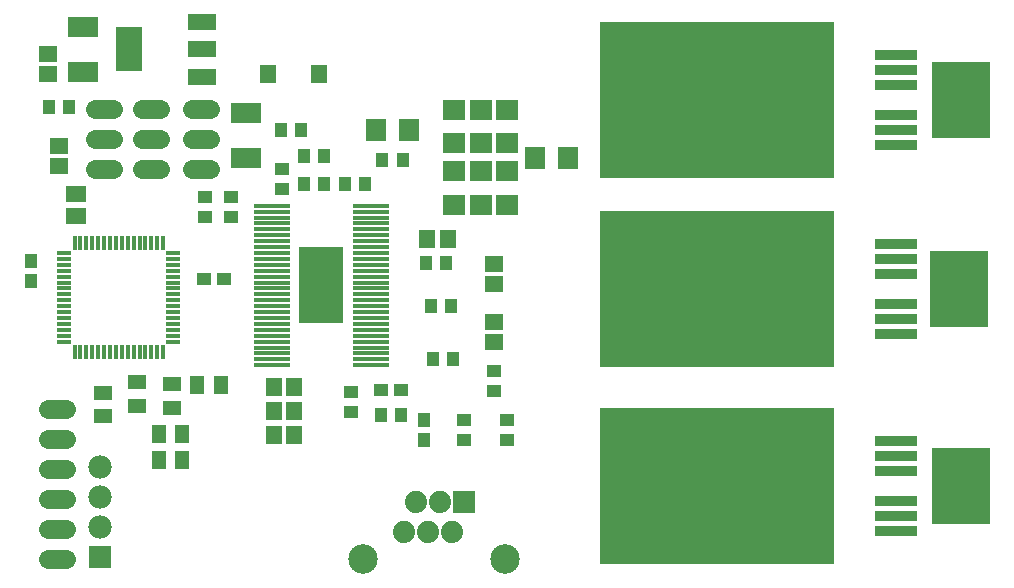
<source format=gts>
G75*
%MOIN*%
%OFA0B0*%
%FSLAX25Y25*%
%IPPOS*%
%LPD*%
%AMOC8*
5,1,8,0,0,1.08239X$1,22.5*
%
%ADD10R,0.05518X0.06306*%
%ADD11R,0.06699X0.07487*%
%ADD12R,0.07487X0.06699*%
%ADD13R,0.06306X0.05518*%
%ADD14R,0.10243X0.07093*%
%ADD15R,0.04337X0.04731*%
%ADD16R,0.04731X0.04337*%
%ADD17R,0.05400X0.06187*%
%ADD18C,0.06400*%
%ADD19R,0.04731X0.05912*%
%ADD20R,0.05912X0.04731*%
%ADD21R,0.06699X0.05518*%
%ADD22R,0.78400X0.52400*%
%ADD23R,0.14400X0.03200*%
%ADD24R,0.09200X0.05200*%
%ADD25R,0.09061X0.14573*%
%ADD26R,0.19600X0.25800*%
%ADD27R,0.11975X0.01463*%
%ADD28R,0.14613X0.25400*%
%ADD29C,0.08274*%
%ADD30R,0.05124X0.01581*%
%ADD31R,0.01581X0.05124*%
%ADD32R,0.07400X0.07400*%
%ADD33C,0.07400*%
%ADD34C,0.09849*%
%ADD35R,0.07800X0.07800*%
%ADD36C,0.07800*%
D10*
X0140879Y0066115D03*
X0147572Y0066115D03*
X0147572Y0074240D03*
X0140879Y0074240D03*
X0140879Y0082365D03*
X0147572Y0082365D03*
X0192129Y0131740D03*
X0198822Y0131740D03*
D11*
X0228089Y0158615D03*
X0239112Y0158615D03*
X0185987Y0167990D03*
X0174964Y0167990D03*
D12*
X0201101Y0163728D03*
X0209851Y0163728D03*
X0218601Y0163728D03*
X0218601Y0154126D03*
X0209851Y0154126D03*
X0201101Y0154126D03*
X0201101Y0143103D03*
X0209851Y0143103D03*
X0218601Y0143103D03*
X0218601Y0174751D03*
X0209851Y0174751D03*
X0201101Y0174751D03*
D13*
X0214226Y0123211D03*
X0214226Y0116518D03*
X0214226Y0103836D03*
X0214226Y0097143D03*
X0069226Y0155893D03*
X0069226Y0162586D03*
X0065476Y0186518D03*
X0065476Y0193211D03*
D14*
X0077351Y0187384D03*
X0077351Y0202345D03*
X0131726Y0173595D03*
X0131726Y0158634D03*
D15*
X0143379Y0167990D03*
X0150072Y0167990D03*
X0150879Y0159240D03*
X0157572Y0159240D03*
X0157572Y0149865D03*
X0150879Y0149865D03*
X0164629Y0149865D03*
X0171322Y0149865D03*
X0177129Y0157990D03*
X0183822Y0157990D03*
X0191504Y0123615D03*
X0198197Y0123615D03*
X0200072Y0109240D03*
X0193379Y0109240D03*
X0194004Y0091740D03*
X0200697Y0091740D03*
X0183197Y0072990D03*
X0176504Y0072990D03*
X0191101Y0071336D03*
X0191101Y0064643D03*
X0059851Y0117456D03*
X0059851Y0124149D03*
X0065879Y0175490D03*
X0072572Y0175490D03*
D16*
X0117976Y0145711D03*
X0126726Y0145711D03*
X0126726Y0139018D03*
X0117976Y0139018D03*
X0143601Y0148393D03*
X0143601Y0155086D03*
X0124447Y0118302D03*
X0117754Y0118302D03*
X0166726Y0080711D03*
X0176504Y0081115D03*
X0183197Y0081115D03*
X0166726Y0074018D03*
X0204226Y0071336D03*
X0204226Y0064643D03*
X0218601Y0064643D03*
X0218601Y0071336D03*
X0214226Y0080893D03*
X0214226Y0087586D03*
D17*
X0155815Y0186740D03*
X0138886Y0186740D03*
D18*
X0071601Y0024865D02*
X0065601Y0024865D01*
X0065601Y0034865D02*
X0071601Y0034865D01*
X0071601Y0044865D02*
X0065601Y0044865D01*
X0065601Y0054865D02*
X0071601Y0054865D01*
X0071601Y0064865D02*
X0065601Y0064865D01*
X0065601Y0074865D02*
X0071601Y0074865D01*
X0081226Y0154865D02*
X0087226Y0154865D01*
X0096851Y0154865D02*
X0102851Y0154865D01*
X0113726Y0154865D02*
X0119726Y0154865D01*
X0119726Y0164865D02*
X0113726Y0164865D01*
X0102851Y0164865D02*
X0096851Y0164865D01*
X0087226Y0164865D02*
X0081226Y0164865D01*
X0081226Y0174865D02*
X0087226Y0174865D01*
X0096851Y0174865D02*
X0102851Y0174865D01*
X0113726Y0174865D02*
X0119726Y0174865D01*
D19*
X0123163Y0082990D03*
X0115289Y0082990D03*
X0110350Y0066740D03*
X0102476Y0066740D03*
X0102476Y0057990D03*
X0110350Y0057990D03*
D20*
X0083913Y0072490D03*
X0083913Y0080364D03*
X0095163Y0083802D03*
X0107038Y0083177D03*
X0107038Y0075303D03*
X0095163Y0075928D03*
D21*
X0074851Y0139250D03*
X0074851Y0146730D03*
D22*
X0288601Y0177990D03*
X0288601Y0114865D03*
X0288601Y0049240D03*
D23*
X0348151Y0054240D03*
X0348151Y0059240D03*
X0348151Y0064240D03*
X0348151Y0044240D03*
X0348151Y0039240D03*
X0348151Y0034240D03*
X0348151Y0099865D03*
X0348151Y0104865D03*
X0348151Y0109865D03*
X0348151Y0119865D03*
X0348151Y0124865D03*
X0348151Y0129865D03*
X0348151Y0162990D03*
X0348151Y0167990D03*
X0348151Y0172990D03*
X0348151Y0182990D03*
X0348151Y0187990D03*
X0348151Y0192990D03*
D24*
X0117051Y0194865D03*
X0117051Y0203965D03*
X0117051Y0185765D03*
D25*
X0092650Y0194865D03*
D26*
X0369226Y0114865D03*
X0369851Y0177990D03*
X0369851Y0049240D03*
D27*
X0173327Y0089540D03*
X0173327Y0091508D03*
X0173327Y0093477D03*
X0173327Y0095445D03*
X0173327Y0097414D03*
X0173327Y0099382D03*
X0173327Y0101351D03*
X0173327Y0103319D03*
X0173327Y0105288D03*
X0173327Y0107256D03*
X0173327Y0109225D03*
X0173327Y0111193D03*
X0173327Y0113162D03*
X0173327Y0115130D03*
X0173327Y0117099D03*
X0173327Y0119067D03*
X0173327Y0121036D03*
X0173327Y0123004D03*
X0173327Y0124973D03*
X0173327Y0126941D03*
X0173327Y0128910D03*
X0173327Y0130878D03*
X0173327Y0132847D03*
X0173327Y0134815D03*
X0173327Y0136784D03*
X0173327Y0138752D03*
X0173327Y0140721D03*
X0173327Y0142689D03*
X0140321Y0142689D03*
X0140321Y0140721D03*
X0140321Y0138752D03*
X0140321Y0136784D03*
X0140321Y0134815D03*
X0140321Y0132847D03*
X0140321Y0130878D03*
X0140321Y0128910D03*
X0140321Y0126941D03*
X0140321Y0124973D03*
X0140321Y0123004D03*
X0140321Y0121036D03*
X0140321Y0119067D03*
X0140321Y0117099D03*
X0140321Y0115130D03*
X0140321Y0113162D03*
X0140321Y0111193D03*
X0140321Y0109225D03*
X0140321Y0107256D03*
X0140321Y0105288D03*
X0140321Y0103319D03*
X0140321Y0101351D03*
X0140321Y0099382D03*
X0140321Y0097414D03*
X0140321Y0095445D03*
X0140321Y0093477D03*
X0140321Y0091508D03*
X0140321Y0089540D03*
D28*
X0156726Y0116115D03*
D29*
X0156726Y0116115D03*
D30*
X0107464Y0117089D03*
X0107464Y0115121D03*
X0107464Y0113152D03*
X0107464Y0111184D03*
X0107464Y0109215D03*
X0107464Y0107247D03*
X0107464Y0105278D03*
X0107464Y0103310D03*
X0107464Y0101341D03*
X0107464Y0099373D03*
X0107464Y0097404D03*
X0071047Y0097404D03*
X0071047Y0099373D03*
X0071047Y0101341D03*
X0071047Y0103310D03*
X0071047Y0105278D03*
X0071047Y0107247D03*
X0071047Y0109215D03*
X0071047Y0111184D03*
X0071047Y0113152D03*
X0071047Y0115121D03*
X0071047Y0117089D03*
X0071047Y0119058D03*
X0071047Y0121026D03*
X0071047Y0122995D03*
X0071047Y0124963D03*
X0071047Y0126932D03*
X0107464Y0126932D03*
X0107464Y0124963D03*
X0107464Y0122995D03*
X0107464Y0121026D03*
X0107464Y0119058D03*
D31*
X0104019Y0130376D03*
X0102050Y0130376D03*
X0100082Y0130376D03*
X0098113Y0130376D03*
X0096145Y0130376D03*
X0094176Y0130376D03*
X0092208Y0130376D03*
X0090239Y0130376D03*
X0088271Y0130376D03*
X0086302Y0130376D03*
X0084334Y0130376D03*
X0082365Y0130376D03*
X0080397Y0130376D03*
X0078428Y0130376D03*
X0076460Y0130376D03*
X0074491Y0130376D03*
X0074491Y0093959D03*
X0076460Y0093959D03*
X0078428Y0093959D03*
X0080397Y0093959D03*
X0082365Y0093959D03*
X0084334Y0093959D03*
X0086302Y0093959D03*
X0088271Y0093959D03*
X0090239Y0093959D03*
X0092208Y0093959D03*
X0094176Y0093959D03*
X0096145Y0093959D03*
X0098113Y0093959D03*
X0100082Y0093959D03*
X0102050Y0093959D03*
X0104019Y0093959D03*
D32*
X0204351Y0043927D03*
D33*
X0196320Y0043927D03*
X0188288Y0043927D03*
X0184272Y0033927D03*
X0192304Y0033927D03*
X0200335Y0033927D03*
D34*
X0217934Y0024872D03*
X0170690Y0024872D03*
D35*
X0082976Y0025490D03*
D36*
X0082976Y0035490D03*
X0082976Y0045490D03*
X0082976Y0055490D03*
M02*

</source>
